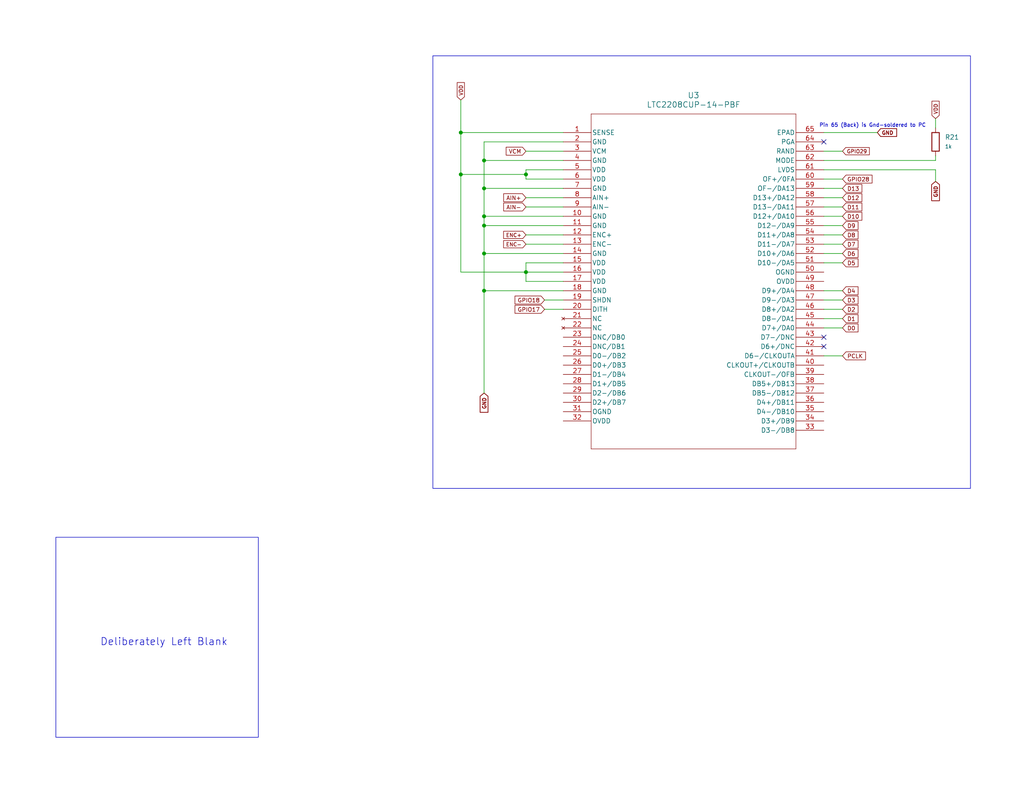
<source format=kicad_sch>
(kicad_sch (version 20231120) (generator "eeschema") (generator_version "8.0")
  (paper "USLetter")
  (title_block (title "PSWS-HF103-proto") (date "2025-04-28") (rev "0.1.0") (company "Dave Witten, KD0EAG") (comment 2 "[ A Minimalist Rework of HF-103 designed by Oskar Stella, ik1xpv ]") (comment 3 "Infineon/Cypress  FX3 DevKit and LTC2208 Demo modules") (comment 4 "A development straw-man based on the") (comment 5 " "))
  (lib_symbols
    (symbol "Device:R" (pin_numbers hide) (pin_names (offset 0))
      (property "Reference" "R" (at 2.032 0 90))
      (property "Value" "R" (at 0 0 90))
      (symbol "R_0_1"
        (rectangle (start -1.016 -2.54) (end 1.016 2.54) (stroke (width 0.254)))
      )
      (symbol "R_1_1"
        (pin passive line (at 0 3.81 270) (length 1.27) (name "~") (number "1"))
        (pin passive line (at 0 -3.81 90) (length 1.27) (name "~") (number "2"))
      )
    )
    (symbol "HF103-redux:LTC2208CUP-14-PBF" (pin_names (offset 0.254))
      (property "Reference" "U" (at 35.56 10.16 0))
      (property "Value" "LTC2208CUP-14-PBF" (at 35.56 7.62 0))
      (symbol "LTC2208CUP-14-PBF_0_1"
        (polyline (pts (xy 7.62 -86.36) (xy 63.5 -86.36)) (stroke (width 0.127)))
        (polyline (pts (xy 7.62 5.08) (xy 7.62 -86.36)) (stroke (width 0.127)))
        (polyline (pts (xy 63.5 -86.36) (xy 63.5 5.08)) (stroke (width 0.127)))
        (polyline (pts (xy 63.5 5.08) (xy 7.62 5.08)) (stroke (width 0.127)))
        (pin input line (at 0 0 0) (length 7.62) (name "SENSE") (number "1"))
        (pin power_in line (at 0 -22.86 0) (length 7.62) (name "GND") (number "10"))
        (pin power_in line (at 0 -25.4 0) (length 7.62) (name "GND") (number "11"))
        (pin input line (at 0 -27.94 0) (length 7.62) (name "ENC+") (number "12"))
        (pin input line (at 0 -30.48 0) (length 7.62) (name "ENC-") (number "13"))
        (pin power_in line (at 0 -33.02 0) (length 7.62) (name "GND") (number "14"))
        (pin power_in line (at 0 -35.56 0) (length 7.62) (name "VDD") (number "15"))
        (pin power_in line (at 0 -38.1 0) (length 7.62) (name "VDD") (number "16"))
        (pin power_in line (at 0 -40.64 0) (length 7.62) (name "VDD") (number "17"))
        (pin power_in line (at 0 -43.18 0) (length 7.62) (name "GND") (number "18"))
        (pin unspecified line (at 0 -45.72 0) (length 7.62) (name "SHDN") (number "19"))
        (pin power_in line (at 0 -2.54 0) (length 7.62) (name "GND") (number "2"))
        (pin unspecified line (at 0 -48.26 0) (length 7.62) (name "DITH") (number "20"))
        (pin no_connect line (at 0 -50.8 0) (length 7.62) (name "NC") (number "21"))
        (pin no_connect line (at 0 -53.34 0) (length 7.62) (name "NC") (number "22"))
        (pin bidirectional line (at 0 -55.88 0) (length 7.62) (name "DNC/DB0") (number "23"))
        (pin bidirectional line (at 0 -58.42 0) (length 7.62) (name "DNC/DB1") (number "24"))
        (pin output line (at 0 -60.96 0) (length 7.62) (name "D0-/DB2") (number "25"))
        (pin output line (at 0 -63.5 0) (length 7.62) (name "D0+/DB3") (number "26"))
        (pin output line (at 0 -66.04 0) (length 7.62) (name "D1-/DB4") (number "27"))
        (pin output line (at 0 -68.58 0) (length 7.62) (name "D1+/DB5") (number "28"))
        (pin output line (at 0 -71.12 0) (length 7.62) (name "D2-/DB6") (number "29"))
        (pin output line (at 0 -5.08 0) (length 7.62) (name "VCM") (number "3"))
        (pin output line (at 0 -73.66 0) (length 7.62) (name "D2+/DB7") (number "30"))
        (pin power_in line (at 0 -76.2 0) (length 7.62) (name "OGND") (number "31"))
        (pin power_in line (at 0 -78.74 0) (length 7.62) (name "OVDD") (number "32"))
        (pin output line (at 71.12 -81.28 180) (length 7.62) (name "D3-/DB8") (number "33"))
        (pin output line (at 71.12 -78.74 180) (length 7.62) (name "D3+/DB9") (number "34"))
        (pin output line (at 71.12 -76.2 180) (length 7.62) (name "D4-/DB10") (number "35"))
        (pin output line (at 71.12 -73.66 180) (length 7.62) (name "D4+/DB11") (number "36"))
        (pin output line (at 71.12 -71.12 180) (length 7.62) (name "DB5-/DB12") (number "37"))
        (pin output line (at 71.12 -68.58 180) (length 7.62) (name "DB5+/DB13") (number "38"))
        (pin output line (at 71.12 -66.04 180) (length 7.62) (name "CLKOUT-/OFB") (number "39"))
        (pin power_in line (at 0 -7.62 0) (length 7.62) (name "GND") (number "4"))
        (pin output line (at 71.12 -63.5 180) (length 7.62) (name "CLKOUT+/CLKOUTB") (number "40"))
        (pin output line (at 71.12 -60.96 180) (length 7.62) (name "D6-/CLKOUTA") (number "41"))
        (pin bidirectional line (at 71.12 -58.42 180) (length 7.62) (name "D6+/DNC") (number "42"))
        (pin bidirectional line (at 71.12 -55.88 180) (length 7.62) (name "D7-/DNC") (number "43"))
        (pin output line (at 71.12 -53.34 180) (length 7.62) (name "D7+/DA0") (number "44"))
        (pin output line (at 71.12 -50.8 180) (length 7.62) (name "D8-/DA1") (number "45"))
        (pin output line (at 71.12 -48.26 180) (length 7.62) (name "D8+/DA2") (number "46"))
        (pin output line (at 71.12 -45.72 180) (length 7.62) (name "D9-/DA3") (number "47"))
        (pin output line (at 71.12 -43.18 180) (length 7.62) (name "D9+/DA4") (number "48"))
        (pin power_in line (at 71.12 -40.64 180) (length 7.62) (name "OVDD") (number "49"))
        (pin power_in line (at 0 -10.16 0) (length 7.62) (name "VDD") (number "5"))
        (pin power_in line (at 71.12 -38.1 180) (length 7.62) (name "OGND") (number "50"))
        (pin output line (at 71.12 -35.56 180) (length 7.62) (name "D10-/DA5") (number "51"))
        (pin output line (at 71.12 -33.02 180) (length 7.62) (name "D10+/DA6") (number "52"))
        (pin output line (at 71.12 -30.48 180) (length 7.62) (name "D11-/DA7") (number "53"))
        (pin output line (at 71.12 -27.94 180) (length 7.62) (name "D11+/DA8") (number "54"))
        (pin output line (at 71.12 -25.4 180) (length 7.62) (name "D12-/DA9") (number "55"))
        (pin output line (at 71.12 -22.86 180) (length 7.62) (name "D12+/DA10") (number "56"))
        (pin output line (at 71.12 -20.32 180) (length 7.62) (name "D13-/DA11") (number "57"))
        (pin output line (at 71.12 -17.78 180) (length 7.62) (name "D13+/DA12") (number "58"))
        (pin output line (at 71.12 -15.24 180) (length 7.62) (name "OF-/DA13") (number "59"))
        (pin power_in line (at 0 -12.7 0) (length 7.62) (name "VDD") (number "6"))
        (pin output line (at 71.12 -12.7 180) (length 7.62) (name "OF+/0FA") (number "60"))
        (pin output line (at 71.12 -10.16 180) (length 7.62) (name "LVDS") (number "61"))
        (pin output line (at 71.12 -7.62 180) (length 7.62) (name "MODE") (number "62"))
        (pin output line (at 71.12 -5.08 180) (length 7.62) (name "RAND") (number "63"))
        (pin input line (at 71.12 -2.54 180) (length 7.62) (name "PGA") (number "64"))
        (pin unspecified line (at 71.12 0 180) (length 7.62) (name "EPAD") (number "65"))
        (pin power_in line (at 0 -15.24 0) (length 7.62) (name "GND") (number "7"))
        (pin input line (at 0 -17.78 0) (length 7.62) (name "AIN+") (number "8"))
        (pin input line (at 0 -20.32 0) (length 7.62) (name "AIN-") (number "9"))
      )
    )
  )
  (junction (at 132.08 79.375))
  (junction (at 132.08 59.055))
  (junction (at 132.08 69.215))
  (junction (at 143.51 47.625))
  (junction (at 132.08 61.595))
  (junction (at 125.73 47.625))
  (junction (at 143.51 74.295))
  (junction (at 125.73 36.195))
  (junction (at 132.08 43.815))
  (junction (at 132.08 51.435))
  (no_connect (at 224.79 94.615))
  (no_connect (at 224.79 92.075))
  (no_connect (at 224.79 38.735))
  (wire (pts (xy 132.08 107.315) (xy 132.08 79.375)))
  (wire (pts (xy 255.27 42.545) (xy 255.27 43.815)))
  (wire (pts (xy 132.08 59.055) (xy 153.67 59.055)))
  (wire (pts (xy 224.79 84.455) (xy 229.87 84.455)))
  (wire (pts (xy 143.51 47.625) (xy 143.51 48.895)))
  (wire (pts (xy 224.79 41.275) (xy 229.87 41.275)))
  (wire (pts (xy 125.73 74.295) (xy 143.51 74.295)))
  (wire (pts (xy 143.51 71.755) (xy 153.67 71.755)))
  (wire (pts (xy 143.51 76.835) (xy 153.67 76.835)))
  (wire (pts (xy 143.51 46.355) (xy 153.67 46.355)))
  (wire (pts (xy 143.51 46.355) (xy 143.51 47.625)))
  (wire (pts (xy 143.51 71.755) (xy 143.51 74.295)))
  (wire (pts (xy 224.79 79.375) (xy 229.87 79.375)))
  (wire (pts (xy 132.08 69.215) (xy 153.67 69.215)))
  (wire (pts (xy 125.73 36.195) (xy 153.67 36.195)))
  (wire (pts (xy 132.08 79.375) (xy 132.08 69.215)))
  (wire (pts (xy 224.79 51.435) (xy 229.87 51.435)))
  (wire (pts (xy 125.73 36.195) (xy 125.73 47.625)))
  (wire (pts (xy 143.51 74.295) (xy 143.51 76.835)))
  (wire (pts (xy 224.79 66.675) (xy 229.87 66.675)))
  (wire (pts (xy 143.51 53.975) (xy 153.67 53.975)))
  (wire (pts (xy 224.79 36.195) (xy 239.395 36.195)))
  (wire (pts (xy 125.73 47.625) (xy 125.73 74.295)))
  (wire (pts (xy 224.79 81.915) (xy 229.87 81.915)))
  (wire (pts (xy 125.73 47.625) (xy 143.51 47.625)))
  (wire (pts (xy 148.59 81.915) (xy 153.67 81.915)))
  (wire (pts (xy 132.08 61.595) (xy 153.67 61.595)))
  (wire (pts (xy 143.51 66.675) (xy 153.67 66.675)))
  (wire (pts (xy 132.08 43.815) (xy 132.08 38.735)))
  (wire (pts (xy 143.51 48.895) (xy 153.67 48.895)))
  (wire (pts (xy 143.51 41.275) (xy 153.67 41.275)))
  (wire (pts (xy 132.08 51.435) (xy 153.67 51.435)))
  (wire (pts (xy 132.08 59.055) (xy 132.08 51.435)))
  (wire (pts (xy 132.08 43.815) (xy 153.67 43.815)))
  (wire (pts (xy 224.79 48.895) (xy 229.87 48.895)))
  (wire (pts (xy 132.08 61.595) (xy 132.08 59.055)))
  (wire (pts (xy 224.79 97.155) (xy 229.87 97.155)))
  (wire (pts (xy 132.08 69.215) (xy 132.08 61.595)))
  (wire (pts (xy 143.51 74.295) (xy 153.67 74.295)))
  (wire (pts (xy 143.51 64.135) (xy 153.67 64.135)))
  (wire (pts (xy 224.79 69.215) (xy 229.87 69.215)))
  (wire (pts (xy 255.27 49.53) (xy 255.27 46.355)))
  (wire (pts (xy 148.59 84.455) (xy 153.67 84.455)))
  (wire (pts (xy 224.79 59.055) (xy 229.87 59.055)))
  (wire (pts (xy 224.79 61.595) (xy 229.87 61.595)))
  (wire (pts (xy 224.79 71.755) (xy 229.87 71.755)))
  (wire (pts (xy 224.79 56.515) (xy 229.87 56.515)))
  (wire (pts (xy 255.27 46.355) (xy 224.79 46.355)))
  (wire (pts (xy 224.79 89.535) (xy 229.87 89.535)))
  (wire (pts (xy 224.79 86.995) (xy 229.87 86.995)))
  (wire (pts (xy 132.08 38.735) (xy 153.67 38.735)))
  (wire (pts (xy 143.51 56.515) (xy 153.67 56.515)))
  (wire (pts (xy 224.79 43.815) (xy 255.27 43.815)))
  (wire (pts (xy 132.08 79.375) (xy 153.67 79.375)))
  (wire (pts (xy 224.79 53.975) (xy 229.87 53.975)))
  (wire (pts (xy 224.79 64.135) (xy 229.87 64.135)))
  (wire (pts (xy 125.73 27.305) (xy 125.73 36.195)))
  (wire (pts (xy 132.08 51.435) (xy 132.08 43.815)))
  (wire (pts (xy 255.27 32.385) (xy 255.27 34.925)))
  (rectangle (start 15.24 146.685) (end 70.485 201.295))
  (rectangle (start 118.11 15.24) (end 264.795 133.35))
  (text "Pin 65 (Back) is Gnd-soldered to PC" (at 223.52 34.925 0) (effects (font (size 1 1)) (justify left bottom)))
  (text "Deliberately Left Blank" (at 27.305 176.53 0) (effects (font (size 2 2)) (justify left bottom)))
  (global_label "GPIO28" (shape input) (at 229.87 48.895 0) (effects (font (size 1.1 1.1))) (property "Intersheetrefs" "${INTERSHEET_REFS}" (at 238.3579 48.895 0) (effects (justify left))))
  (global_label "AIN-" (shape input) (at 143.51 56.515 180) (effects (font (size 1.1 1.1))) (property "Intersheetrefs" "${INTERSHEET_REFS}" (at 137.0125 56.515 0) (effects (justify right))))
  (global_label "GPIO29" (shape input) (at 229.87 41.275 0) (effects (font (size 1 1))) (property "Intersheetrefs" "${INTERSHEET_REFS}" (at 237.6489 41.275 0) (effects (justify left))))
  (global_label "D6" (shape input) (at 229.87 69.215 0) (effects (font (size 1.1 1.1))) (property "Intersheetrefs" "${INTERSHEET_REFS}" (at 234.5341 69.215 0) (effects (justify left))))
  (global_label "VDD" (shape input) (at 125.73 27.305 90) (effects (font (size 1 1))) (property "Intersheetrefs" "${INTERSHEET_REFS}" (at 125.73 22.0976 90) (effects (justify left))))
  (global_label "PCLK" (shape input) (at 229.87 97.155 0) (effects (font (size 1.1 1.1))) (property "Intersheetrefs" "${INTERSHEET_REFS}" (at 236.577 97.155 0) (effects (justify left))))
  (global_label "D13" (shape input) (at 229.87 51.435 0) (effects (font (size 1.1 1.1))) (property "Intersheetrefs" "${INTERSHEET_REFS}" (at 235.5817 51.435 0) (effects (justify left))))
  (global_label "GPIO17" (shape input) (at 148.59 84.455 180) (effects (font (size 1.1 1.1))) (property "Intersheetrefs" "${INTERSHEET_REFS}" (at 140.1021 84.455 0) (effects (justify right))))
  (global_label "D1" (shape input) (at 229.87 86.995 0) (effects (font (size 1.1 1.1))) (property "Intersheetrefs" "${INTERSHEET_REFS}" (at 234.5341 86.995 0) (effects (justify left))))
  (global_label "AIN+" (shape input) (at 143.51 53.975 180) (effects (font (size 1.1 1.1))) (property "Intersheetrefs" "${INTERSHEET_REFS}" (at 137.0125 53.975 0) (effects (justify right))))
  (global_label "D7" (shape input) (at 229.87 66.675 0) (effects (font (size 1.1 1.1))) (property "Intersheetrefs" "${INTERSHEET_REFS}" (at 234.5341 66.675 0) (effects (justify left))))
  (global_label "VDD" (shape input) (at 255.27 32.385 90) (effects (font (size 1 1))) (property "Intersheetrefs" "${INTERSHEET_REFS}" (at 255.27 27.1776 90) (effects (justify left))))
  (global_label "D2" (shape input) (at 229.87 84.455 0) (effects (font (size 1.1 1.1))) (property "Intersheetrefs" "${INTERSHEET_REFS}" (at 234.5341 84.455 0) (effects (justify left))))
  (global_label "GND" (shape input) (at 132.08 107.315 270) (effects (font (size 1 1) (bold yes))) (property "Intersheetrefs" "${INTERSHEET_REFS}" (at 132.08 113.0879 90) (effects (justify right))))
  (global_label "GPIO18" (shape input) (at 148.59 81.915 180) (effects (font (size 1.1 1.1))) (property "Intersheetrefs" "${INTERSHEET_REFS}" (at 140.1021 81.915 0) (effects (justify right))))
  (global_label "VCM" (shape input) (at 143.51 41.275 180) (effects (font (size 1.1 1.1))) (property "Intersheetrefs" "${INTERSHEET_REFS}" (at 137.6935 41.275 0) (effects (justify right))))
  (global_label "D3" (shape input) (at 229.87 81.915 0) (effects (font (size 1.1 1.1))) (property "Intersheetrefs" "${INTERSHEET_REFS}" (at 234.5341 81.915 0) (effects (justify left))))
  (global_label "D8" (shape input) (at 229.87 64.135 0) (effects (font (size 1.1 1.1))) (property "Intersheetrefs" "${INTERSHEET_REFS}" (at 234.5341 64.135 0) (effects (justify left))))
  (global_label "D0" (shape input) (at 229.87 89.535 0) (effects (font (size 1.1 1.1))) (property "Intersheetrefs" "${INTERSHEET_REFS}" (at 234.5341 89.535 0) (effects (justify left))))
  (global_label "D5" (shape input) (at 229.87 71.755 0) (effects (font (size 1.1 1.1))) (property "Intersheetrefs" "${INTERSHEET_REFS}" (at 234.5341 71.755 0) (effects (justify left))))
  (global_label "GND" (shape input) (at 239.395 36.195 0) (effects (font (size 1 1) (bold yes))) (property "Intersheetrefs" "${INTERSHEET_REFS}" (at 245.1679 36.195 0) (effects (justify left))))
  (global_label "GND" (shape input) (at 255.27 49.53 270) (effects (font (size 1 1) (bold yes))) (property "Intersheetrefs" "${INTERSHEET_REFS}" (at 255.27 55.3029 90) (effects (justify right))))
  (global_label "ENC+" (shape input) (at 143.51 64.135 180) (effects (font (size 1 1))) (property "Intersheetrefs" "${INTERSHEET_REFS}" (at 136.9692 64.135 0) (effects (justify right))))
  (global_label "D4" (shape input) (at 229.87 79.375 0) (effects (font (size 1.1 1.1))) (property "Intersheetrefs" "${INTERSHEET_REFS}" (at 234.5341 79.375 0) (effects (justify left))))
  (global_label "D12" (shape input) (at 229.87 53.975 0) (effects (font (size 1.1 1.1))) (property "Intersheetrefs" "${INTERSHEET_REFS}" (at 235.5817 53.975 0) (effects (justify left))))
  (global_label "D10" (shape input) (at 229.87 59.055 0) (effects (font (size 1.1 1.1))) (property "Intersheetrefs" "${INTERSHEET_REFS}" (at 235.5817 59.055 0) (effects (justify left))))
  (global_label "D9" (shape input) (at 229.87 61.595 0) (effects (font (size 1.1 1.1))) (property "Intersheetrefs" "${INTERSHEET_REFS}" (at 234.5341 61.595 0) (effects (justify left))))
  (global_label "D11" (shape input) (at 229.87 56.515 0) (effects (font (size 1.1 1.1))) (property "Intersheetrefs" "${INTERSHEET_REFS}" (at 235.5817 56.515 0) (effects (justify left))))
  (global_label "ENC-" (shape input) (at 143.51 66.675 180) (effects (font (size 1 1))) (property "Intersheetrefs" "${INTERSHEET_REFS}" (at 136.9692 66.675 0) (effects (justify right))))
  (symbol (lib_id "Device:R") (at 255.27 38.735 0) (unit 1)
    (property "Reference" "R21" (at 257.81 37.465 0) (effects (justify left)))
    (property "Value" "1k" (at 257.81 40.005 0) (effects (font (size 1 1)) (justify left)))
    (property "Footprint" "Resistor_SMD:R_0603_1608Metric" (effects (hide yes)))
    (instances (project "ClemSDR-Min_Modules_v4 (bis).kicad_pro" (path "" (reference "R21") (unit 1))) (project "HF103-redux" (path "" (reference "R5") (unit 1))))
  )
  (symbol (lib_id "HF103-redux:LTC2208CUP-14-PBF") (at 153.67 36.195 0) (unit 1)
    (property "Reference" "U3" (at 189.23 26.035 0) (effects (font (size 1.524 1.524))))
    (property "Value" "LTC2208CUP-14-PBF" (at 189.23 28.575 0) (effects (font (size 1.524 1.524))))
    (property "Footprint" "Package_DFN_QFN:QFN-64-1EP_9x9mm_P0.5mm_EP4.35x4.35mm_ThermalVias" (effects (hide yes)))
    (property "Datasheet" "https://www.analog.com/media/en/technical-documentation/data-sheets/220814fb.pdf" (effects (hide yes)))
    (instances (project "ClemSDR-Min_Modules_v4 (bis).kicad_pro" (path "" (reference "U3") (unit 1))) (project "HF103-redux" (path "" (reference "U4") (unit 1))))
  )
)
</source>
